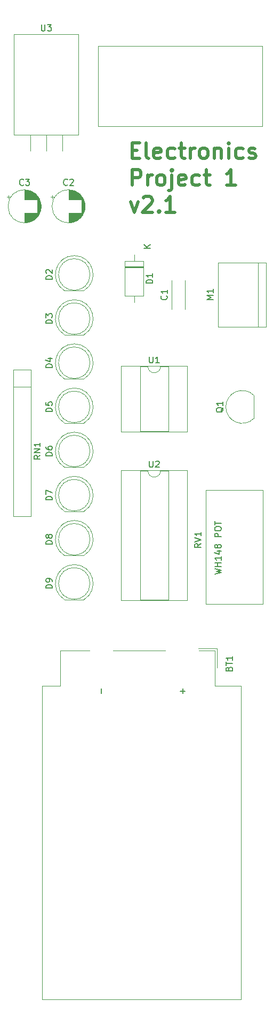
<source format=gbr>
%TF.GenerationSoftware,KiCad,Pcbnew,(5.1.10)-1*%
%TF.CreationDate,2022-06-09T20:54:53-04:00*%
%TF.ProjectId,ATtiny85 Motor Circuit,41547469-6e79-4383-9520-4d6f746f7220,rev?*%
%TF.SameCoordinates,Original*%
%TF.FileFunction,Legend,Top*%
%TF.FilePolarity,Positive*%
%FSLAX46Y46*%
G04 Gerber Fmt 4.6, Leading zero omitted, Abs format (unit mm)*
G04 Created by KiCad (PCBNEW (5.1.10)-1) date 2022-06-09 20:54:53*
%MOMM*%
%LPD*%
G01*
G04 APERTURE LIST*
%ADD10C,0.500000*%
%ADD11C,0.120000*%
%ADD12C,0.150000*%
G04 APERTURE END LIST*
D10*
X130460238Y-44466428D02*
X131293571Y-44466428D01*
X131650714Y-45775952D02*
X130460238Y-45775952D01*
X130460238Y-43275952D01*
X131650714Y-43275952D01*
X133079285Y-45775952D02*
X132841190Y-45656904D01*
X132722142Y-45418809D01*
X132722142Y-43275952D01*
X134984047Y-45656904D02*
X134745952Y-45775952D01*
X134269761Y-45775952D01*
X134031666Y-45656904D01*
X133912619Y-45418809D01*
X133912619Y-44466428D01*
X134031666Y-44228333D01*
X134269761Y-44109285D01*
X134745952Y-44109285D01*
X134984047Y-44228333D01*
X135103095Y-44466428D01*
X135103095Y-44704523D01*
X133912619Y-44942619D01*
X137245952Y-45656904D02*
X137007857Y-45775952D01*
X136531666Y-45775952D01*
X136293571Y-45656904D01*
X136174523Y-45537857D01*
X136055476Y-45299761D01*
X136055476Y-44585476D01*
X136174523Y-44347380D01*
X136293571Y-44228333D01*
X136531666Y-44109285D01*
X137007857Y-44109285D01*
X137245952Y-44228333D01*
X137960238Y-44109285D02*
X138912619Y-44109285D01*
X138317380Y-43275952D02*
X138317380Y-45418809D01*
X138436428Y-45656904D01*
X138674523Y-45775952D01*
X138912619Y-45775952D01*
X139745952Y-45775952D02*
X139745952Y-44109285D01*
X139745952Y-44585476D02*
X139865000Y-44347380D01*
X139984047Y-44228333D01*
X140222142Y-44109285D01*
X140460238Y-44109285D01*
X141650714Y-45775952D02*
X141412619Y-45656904D01*
X141293571Y-45537857D01*
X141174523Y-45299761D01*
X141174523Y-44585476D01*
X141293571Y-44347380D01*
X141412619Y-44228333D01*
X141650714Y-44109285D01*
X142007857Y-44109285D01*
X142245952Y-44228333D01*
X142365000Y-44347380D01*
X142484047Y-44585476D01*
X142484047Y-45299761D01*
X142365000Y-45537857D01*
X142245952Y-45656904D01*
X142007857Y-45775952D01*
X141650714Y-45775952D01*
X143555476Y-44109285D02*
X143555476Y-45775952D01*
X143555476Y-44347380D02*
X143674523Y-44228333D01*
X143912619Y-44109285D01*
X144269761Y-44109285D01*
X144507857Y-44228333D01*
X144626904Y-44466428D01*
X144626904Y-45775952D01*
X145817380Y-45775952D02*
X145817380Y-44109285D01*
X145817380Y-43275952D02*
X145698333Y-43395000D01*
X145817380Y-43514047D01*
X145936428Y-43395000D01*
X145817380Y-43275952D01*
X145817380Y-43514047D01*
X148079285Y-45656904D02*
X147841190Y-45775952D01*
X147365000Y-45775952D01*
X147126904Y-45656904D01*
X147007857Y-45537857D01*
X146888809Y-45299761D01*
X146888809Y-44585476D01*
X147007857Y-44347380D01*
X147126904Y-44228333D01*
X147365000Y-44109285D01*
X147841190Y-44109285D01*
X148079285Y-44228333D01*
X149031666Y-45656904D02*
X149269761Y-45775952D01*
X149745952Y-45775952D01*
X149984047Y-45656904D01*
X150103095Y-45418809D01*
X150103095Y-45299761D01*
X149984047Y-45061666D01*
X149745952Y-44942619D01*
X149388809Y-44942619D01*
X149150714Y-44823571D01*
X149031666Y-44585476D01*
X149031666Y-44466428D01*
X149150714Y-44228333D01*
X149388809Y-44109285D01*
X149745952Y-44109285D01*
X149984047Y-44228333D01*
X130460238Y-50025952D02*
X130460238Y-47525952D01*
X131412619Y-47525952D01*
X131650714Y-47645000D01*
X131769761Y-47764047D01*
X131888809Y-48002142D01*
X131888809Y-48359285D01*
X131769761Y-48597380D01*
X131650714Y-48716428D01*
X131412619Y-48835476D01*
X130460238Y-48835476D01*
X132960238Y-50025952D02*
X132960238Y-48359285D01*
X132960238Y-48835476D02*
X133079285Y-48597380D01*
X133198333Y-48478333D01*
X133436428Y-48359285D01*
X133674523Y-48359285D01*
X134865000Y-50025952D02*
X134626904Y-49906904D01*
X134507857Y-49787857D01*
X134388809Y-49549761D01*
X134388809Y-48835476D01*
X134507857Y-48597380D01*
X134626904Y-48478333D01*
X134865000Y-48359285D01*
X135222142Y-48359285D01*
X135460238Y-48478333D01*
X135579285Y-48597380D01*
X135698333Y-48835476D01*
X135698333Y-49549761D01*
X135579285Y-49787857D01*
X135460238Y-49906904D01*
X135222142Y-50025952D01*
X134865000Y-50025952D01*
X136769761Y-48359285D02*
X136769761Y-50502142D01*
X136650714Y-50740238D01*
X136412619Y-50859285D01*
X136293571Y-50859285D01*
X136769761Y-47525952D02*
X136650714Y-47645000D01*
X136769761Y-47764047D01*
X136888809Y-47645000D01*
X136769761Y-47525952D01*
X136769761Y-47764047D01*
X138912619Y-49906904D02*
X138674523Y-50025952D01*
X138198333Y-50025952D01*
X137960238Y-49906904D01*
X137841190Y-49668809D01*
X137841190Y-48716428D01*
X137960238Y-48478333D01*
X138198333Y-48359285D01*
X138674523Y-48359285D01*
X138912619Y-48478333D01*
X139031666Y-48716428D01*
X139031666Y-48954523D01*
X137841190Y-49192619D01*
X141174523Y-49906904D02*
X140936428Y-50025952D01*
X140460238Y-50025952D01*
X140222142Y-49906904D01*
X140103095Y-49787857D01*
X139984047Y-49549761D01*
X139984047Y-48835476D01*
X140103095Y-48597380D01*
X140222142Y-48478333D01*
X140460238Y-48359285D01*
X140936428Y-48359285D01*
X141174523Y-48478333D01*
X141888809Y-48359285D02*
X142841190Y-48359285D01*
X142245952Y-47525952D02*
X142245952Y-49668809D01*
X142365000Y-49906904D01*
X142603095Y-50025952D01*
X142841190Y-50025952D01*
X146888809Y-50025952D02*
X145460238Y-50025952D01*
X146174523Y-50025952D02*
X146174523Y-47525952D01*
X145936428Y-47883095D01*
X145698333Y-48121190D01*
X145460238Y-48240238D01*
X130222142Y-52609285D02*
X130817380Y-54275952D01*
X131412619Y-52609285D01*
X132245952Y-52014047D02*
X132365000Y-51895000D01*
X132603095Y-51775952D01*
X133198333Y-51775952D01*
X133436428Y-51895000D01*
X133555476Y-52014047D01*
X133674523Y-52252142D01*
X133674523Y-52490238D01*
X133555476Y-52847380D01*
X132126904Y-54275952D01*
X133674523Y-54275952D01*
X134745952Y-54037857D02*
X134865000Y-54156904D01*
X134745952Y-54275952D01*
X134626904Y-54156904D01*
X134745952Y-54037857D01*
X134745952Y-54275952D01*
X137245952Y-54275952D02*
X135817380Y-54275952D01*
X136531666Y-54275952D02*
X136531666Y-51775952D01*
X136293571Y-52133095D01*
X136055476Y-52371190D01*
X135817380Y-52490238D01*
D11*
X125095000Y-40640000D02*
X125095000Y-27940000D01*
X151130000Y-40640000D02*
X125095000Y-40640000D01*
X151130000Y-27940000D02*
X151130000Y-40640000D01*
X125095000Y-27940000D02*
X151130000Y-27940000D01*
%TO.C,BT1*%
X116150000Y-178830000D02*
X147740000Y-178830000D01*
X116150000Y-178830000D02*
X116150000Y-129270000D01*
X116150000Y-129270000D02*
X119050000Y-129270000D01*
X119050000Y-129270000D02*
X119050000Y-123670000D01*
X147740000Y-178830000D02*
X147740000Y-129270000D01*
X147740000Y-129270000D02*
X143640000Y-129270000D01*
X143640000Y-129270000D02*
X143640000Y-123670000D01*
X143640000Y-123670000D02*
X141080000Y-123670000D01*
X135780000Y-123670000D02*
X127430000Y-123670000D01*
X119050000Y-123670000D02*
X123730000Y-123670000D01*
X143980000Y-123330000D02*
X140980000Y-123330000D01*
X143980000Y-123330000D02*
X143980000Y-126330000D01*
%TO.C,U3*%
X111720000Y-42030000D02*
X121960000Y-42030000D01*
X111720000Y-26140000D02*
X121960000Y-26140000D01*
X111720000Y-26140000D02*
X111720000Y-42030000D01*
X121960000Y-26140000D02*
X121960000Y-42030000D01*
X114300000Y-42030000D02*
X114300000Y-44570000D01*
X116840000Y-42030000D02*
X116840000Y-44570000D01*
X119380000Y-42030000D02*
X119380000Y-44570000D01*
%TO.C,D1*%
X132280000Y-62050000D02*
X129340000Y-62050000D01*
X129340000Y-62050000D02*
X129340000Y-67490000D01*
X129340000Y-67490000D02*
X132280000Y-67490000D01*
X132280000Y-67490000D02*
X132280000Y-62050000D01*
X130810000Y-61030000D02*
X130810000Y-62050000D01*
X130810000Y-68510000D02*
X130810000Y-67490000D01*
X132280000Y-62950000D02*
X129340000Y-62950000D01*
X132280000Y-63070000D02*
X129340000Y-63070000D01*
X132280000Y-62830000D02*
X129340000Y-62830000D01*
%TO.C,M1*%
X151765000Y-72390000D02*
X151765000Y-62230000D01*
X144145000Y-72390000D02*
X151765000Y-72390000D01*
X144145000Y-62230000D02*
X144145000Y-72390000D01*
X151765000Y-62230000D02*
X144145000Y-62230000D01*
X150495000Y-62230000D02*
X150495000Y-72390000D01*
%TO.C,C3*%
X110840225Y-51615000D02*
X110840225Y-52115000D01*
X110590225Y-51865000D02*
X111090225Y-51865000D01*
X115996000Y-53056000D02*
X115996000Y-53624000D01*
X115956000Y-52822000D02*
X115956000Y-53858000D01*
X115916000Y-52663000D02*
X115916000Y-54017000D01*
X115876000Y-52535000D02*
X115876000Y-54145000D01*
X115836000Y-52425000D02*
X115836000Y-54255000D01*
X115796000Y-52329000D02*
X115796000Y-54351000D01*
X115756000Y-52242000D02*
X115756000Y-54438000D01*
X115716000Y-52162000D02*
X115716000Y-54518000D01*
X115676000Y-52089000D02*
X115676000Y-54591000D01*
X115636000Y-52021000D02*
X115636000Y-54659000D01*
X115596000Y-51957000D02*
X115596000Y-54723000D01*
X115556000Y-51897000D02*
X115556000Y-54783000D01*
X115516000Y-51840000D02*
X115516000Y-54840000D01*
X115476000Y-51786000D02*
X115476000Y-54894000D01*
X115436000Y-51735000D02*
X115436000Y-54945000D01*
X115396000Y-54380000D02*
X115396000Y-54993000D01*
X115396000Y-51687000D02*
X115396000Y-52300000D01*
X115356000Y-54380000D02*
X115356000Y-55039000D01*
X115356000Y-51641000D02*
X115356000Y-52300000D01*
X115316000Y-54380000D02*
X115316000Y-55083000D01*
X115316000Y-51597000D02*
X115316000Y-52300000D01*
X115276000Y-54380000D02*
X115276000Y-55125000D01*
X115276000Y-51555000D02*
X115276000Y-52300000D01*
X115236000Y-54380000D02*
X115236000Y-55166000D01*
X115236000Y-51514000D02*
X115236000Y-52300000D01*
X115196000Y-54380000D02*
X115196000Y-55204000D01*
X115196000Y-51476000D02*
X115196000Y-52300000D01*
X115156000Y-54380000D02*
X115156000Y-55241000D01*
X115156000Y-51439000D02*
X115156000Y-52300000D01*
X115116000Y-54380000D02*
X115116000Y-55277000D01*
X115116000Y-51403000D02*
X115116000Y-52300000D01*
X115076000Y-54380000D02*
X115076000Y-55311000D01*
X115076000Y-51369000D02*
X115076000Y-52300000D01*
X115036000Y-54380000D02*
X115036000Y-55344000D01*
X115036000Y-51336000D02*
X115036000Y-52300000D01*
X114996000Y-54380000D02*
X114996000Y-55375000D01*
X114996000Y-51305000D02*
X114996000Y-52300000D01*
X114956000Y-54380000D02*
X114956000Y-55405000D01*
X114956000Y-51275000D02*
X114956000Y-52300000D01*
X114916000Y-54380000D02*
X114916000Y-55435000D01*
X114916000Y-51245000D02*
X114916000Y-52300000D01*
X114876000Y-54380000D02*
X114876000Y-55462000D01*
X114876000Y-51218000D02*
X114876000Y-52300000D01*
X114836000Y-54380000D02*
X114836000Y-55489000D01*
X114836000Y-51191000D02*
X114836000Y-52300000D01*
X114796000Y-54380000D02*
X114796000Y-55515000D01*
X114796000Y-51165000D02*
X114796000Y-52300000D01*
X114756000Y-54380000D02*
X114756000Y-55540000D01*
X114756000Y-51140000D02*
X114756000Y-52300000D01*
X114716000Y-54380000D02*
X114716000Y-55564000D01*
X114716000Y-51116000D02*
X114716000Y-52300000D01*
X114676000Y-54380000D02*
X114676000Y-55587000D01*
X114676000Y-51093000D02*
X114676000Y-52300000D01*
X114636000Y-54380000D02*
X114636000Y-55608000D01*
X114636000Y-51072000D02*
X114636000Y-52300000D01*
X114596000Y-54380000D02*
X114596000Y-55630000D01*
X114596000Y-51050000D02*
X114596000Y-52300000D01*
X114556000Y-54380000D02*
X114556000Y-55650000D01*
X114556000Y-51030000D02*
X114556000Y-52300000D01*
X114516000Y-54380000D02*
X114516000Y-55669000D01*
X114516000Y-51011000D02*
X114516000Y-52300000D01*
X114476000Y-54380000D02*
X114476000Y-55688000D01*
X114476000Y-50992000D02*
X114476000Y-52300000D01*
X114436000Y-54380000D02*
X114436000Y-55705000D01*
X114436000Y-50975000D02*
X114436000Y-52300000D01*
X114396000Y-54380000D02*
X114396000Y-55722000D01*
X114396000Y-50958000D02*
X114396000Y-52300000D01*
X114356000Y-54380000D02*
X114356000Y-55738000D01*
X114356000Y-50942000D02*
X114356000Y-52300000D01*
X114316000Y-54380000D02*
X114316000Y-55754000D01*
X114316000Y-50926000D02*
X114316000Y-52300000D01*
X114276000Y-54380000D02*
X114276000Y-55768000D01*
X114276000Y-50912000D02*
X114276000Y-52300000D01*
X114236000Y-54380000D02*
X114236000Y-55782000D01*
X114236000Y-50898000D02*
X114236000Y-52300000D01*
X114196000Y-54380000D02*
X114196000Y-55795000D01*
X114196000Y-50885000D02*
X114196000Y-52300000D01*
X114156000Y-54380000D02*
X114156000Y-55808000D01*
X114156000Y-50872000D02*
X114156000Y-52300000D01*
X114116000Y-54380000D02*
X114116000Y-55820000D01*
X114116000Y-50860000D02*
X114116000Y-52300000D01*
X114075000Y-54380000D02*
X114075000Y-55831000D01*
X114075000Y-50849000D02*
X114075000Y-52300000D01*
X114035000Y-54380000D02*
X114035000Y-55841000D01*
X114035000Y-50839000D02*
X114035000Y-52300000D01*
X113995000Y-54380000D02*
X113995000Y-55851000D01*
X113995000Y-50829000D02*
X113995000Y-52300000D01*
X113955000Y-54380000D02*
X113955000Y-55860000D01*
X113955000Y-50820000D02*
X113955000Y-52300000D01*
X113915000Y-54380000D02*
X113915000Y-55868000D01*
X113915000Y-50812000D02*
X113915000Y-52300000D01*
X113875000Y-54380000D02*
X113875000Y-55876000D01*
X113875000Y-50804000D02*
X113875000Y-52300000D01*
X113835000Y-54380000D02*
X113835000Y-55883000D01*
X113835000Y-50797000D02*
X113835000Y-52300000D01*
X113795000Y-54380000D02*
X113795000Y-55890000D01*
X113795000Y-50790000D02*
X113795000Y-52300000D01*
X113755000Y-54380000D02*
X113755000Y-55896000D01*
X113755000Y-50784000D02*
X113755000Y-52300000D01*
X113715000Y-54380000D02*
X113715000Y-55901000D01*
X113715000Y-50779000D02*
X113715000Y-52300000D01*
X113675000Y-54380000D02*
X113675000Y-55905000D01*
X113675000Y-50775000D02*
X113675000Y-52300000D01*
X113635000Y-54380000D02*
X113635000Y-55909000D01*
X113635000Y-50771000D02*
X113635000Y-52300000D01*
X113595000Y-54380000D02*
X113595000Y-55913000D01*
X113595000Y-50767000D02*
X113595000Y-52300000D01*
X113555000Y-54380000D02*
X113555000Y-55916000D01*
X113555000Y-50764000D02*
X113555000Y-52300000D01*
X113515000Y-54380000D02*
X113515000Y-55918000D01*
X113515000Y-50762000D02*
X113515000Y-52300000D01*
X113475000Y-54380000D02*
X113475000Y-55919000D01*
X113475000Y-50761000D02*
X113475000Y-52300000D01*
X113435000Y-50760000D02*
X113435000Y-52300000D01*
X113435000Y-54380000D02*
X113435000Y-55920000D01*
X113395000Y-50760000D02*
X113395000Y-52300000D01*
X113395000Y-54380000D02*
X113395000Y-55920000D01*
X116015000Y-53340000D02*
G75*
G03*
X116015000Y-53340000I-2620000J0D01*
G01*
%TO.C,C2*%
X117825225Y-51615000D02*
X117825225Y-52115000D01*
X117575225Y-51865000D02*
X118075225Y-51865000D01*
X122981000Y-53056000D02*
X122981000Y-53624000D01*
X122941000Y-52822000D02*
X122941000Y-53858000D01*
X122901000Y-52663000D02*
X122901000Y-54017000D01*
X122861000Y-52535000D02*
X122861000Y-54145000D01*
X122821000Y-52425000D02*
X122821000Y-54255000D01*
X122781000Y-52329000D02*
X122781000Y-54351000D01*
X122741000Y-52242000D02*
X122741000Y-54438000D01*
X122701000Y-52162000D02*
X122701000Y-54518000D01*
X122661000Y-52089000D02*
X122661000Y-54591000D01*
X122621000Y-52021000D02*
X122621000Y-54659000D01*
X122581000Y-51957000D02*
X122581000Y-54723000D01*
X122541000Y-51897000D02*
X122541000Y-54783000D01*
X122501000Y-51840000D02*
X122501000Y-54840000D01*
X122461000Y-51786000D02*
X122461000Y-54894000D01*
X122421000Y-51735000D02*
X122421000Y-54945000D01*
X122381000Y-54380000D02*
X122381000Y-54993000D01*
X122381000Y-51687000D02*
X122381000Y-52300000D01*
X122341000Y-54380000D02*
X122341000Y-55039000D01*
X122341000Y-51641000D02*
X122341000Y-52300000D01*
X122301000Y-54380000D02*
X122301000Y-55083000D01*
X122301000Y-51597000D02*
X122301000Y-52300000D01*
X122261000Y-54380000D02*
X122261000Y-55125000D01*
X122261000Y-51555000D02*
X122261000Y-52300000D01*
X122221000Y-54380000D02*
X122221000Y-55166000D01*
X122221000Y-51514000D02*
X122221000Y-52300000D01*
X122181000Y-54380000D02*
X122181000Y-55204000D01*
X122181000Y-51476000D02*
X122181000Y-52300000D01*
X122141000Y-54380000D02*
X122141000Y-55241000D01*
X122141000Y-51439000D02*
X122141000Y-52300000D01*
X122101000Y-54380000D02*
X122101000Y-55277000D01*
X122101000Y-51403000D02*
X122101000Y-52300000D01*
X122061000Y-54380000D02*
X122061000Y-55311000D01*
X122061000Y-51369000D02*
X122061000Y-52300000D01*
X122021000Y-54380000D02*
X122021000Y-55344000D01*
X122021000Y-51336000D02*
X122021000Y-52300000D01*
X121981000Y-54380000D02*
X121981000Y-55375000D01*
X121981000Y-51305000D02*
X121981000Y-52300000D01*
X121941000Y-54380000D02*
X121941000Y-55405000D01*
X121941000Y-51275000D02*
X121941000Y-52300000D01*
X121901000Y-54380000D02*
X121901000Y-55435000D01*
X121901000Y-51245000D02*
X121901000Y-52300000D01*
X121861000Y-54380000D02*
X121861000Y-55462000D01*
X121861000Y-51218000D02*
X121861000Y-52300000D01*
X121821000Y-54380000D02*
X121821000Y-55489000D01*
X121821000Y-51191000D02*
X121821000Y-52300000D01*
X121781000Y-54380000D02*
X121781000Y-55515000D01*
X121781000Y-51165000D02*
X121781000Y-52300000D01*
X121741000Y-54380000D02*
X121741000Y-55540000D01*
X121741000Y-51140000D02*
X121741000Y-52300000D01*
X121701000Y-54380000D02*
X121701000Y-55564000D01*
X121701000Y-51116000D02*
X121701000Y-52300000D01*
X121661000Y-54380000D02*
X121661000Y-55587000D01*
X121661000Y-51093000D02*
X121661000Y-52300000D01*
X121621000Y-54380000D02*
X121621000Y-55608000D01*
X121621000Y-51072000D02*
X121621000Y-52300000D01*
X121581000Y-54380000D02*
X121581000Y-55630000D01*
X121581000Y-51050000D02*
X121581000Y-52300000D01*
X121541000Y-54380000D02*
X121541000Y-55650000D01*
X121541000Y-51030000D02*
X121541000Y-52300000D01*
X121501000Y-54380000D02*
X121501000Y-55669000D01*
X121501000Y-51011000D02*
X121501000Y-52300000D01*
X121461000Y-54380000D02*
X121461000Y-55688000D01*
X121461000Y-50992000D02*
X121461000Y-52300000D01*
X121421000Y-54380000D02*
X121421000Y-55705000D01*
X121421000Y-50975000D02*
X121421000Y-52300000D01*
X121381000Y-54380000D02*
X121381000Y-55722000D01*
X121381000Y-50958000D02*
X121381000Y-52300000D01*
X121341000Y-54380000D02*
X121341000Y-55738000D01*
X121341000Y-50942000D02*
X121341000Y-52300000D01*
X121301000Y-54380000D02*
X121301000Y-55754000D01*
X121301000Y-50926000D02*
X121301000Y-52300000D01*
X121261000Y-54380000D02*
X121261000Y-55768000D01*
X121261000Y-50912000D02*
X121261000Y-52300000D01*
X121221000Y-54380000D02*
X121221000Y-55782000D01*
X121221000Y-50898000D02*
X121221000Y-52300000D01*
X121181000Y-54380000D02*
X121181000Y-55795000D01*
X121181000Y-50885000D02*
X121181000Y-52300000D01*
X121141000Y-54380000D02*
X121141000Y-55808000D01*
X121141000Y-50872000D02*
X121141000Y-52300000D01*
X121101000Y-54380000D02*
X121101000Y-55820000D01*
X121101000Y-50860000D02*
X121101000Y-52300000D01*
X121060000Y-54380000D02*
X121060000Y-55831000D01*
X121060000Y-50849000D02*
X121060000Y-52300000D01*
X121020000Y-54380000D02*
X121020000Y-55841000D01*
X121020000Y-50839000D02*
X121020000Y-52300000D01*
X120980000Y-54380000D02*
X120980000Y-55851000D01*
X120980000Y-50829000D02*
X120980000Y-52300000D01*
X120940000Y-54380000D02*
X120940000Y-55860000D01*
X120940000Y-50820000D02*
X120940000Y-52300000D01*
X120900000Y-54380000D02*
X120900000Y-55868000D01*
X120900000Y-50812000D02*
X120900000Y-52300000D01*
X120860000Y-54380000D02*
X120860000Y-55876000D01*
X120860000Y-50804000D02*
X120860000Y-52300000D01*
X120820000Y-54380000D02*
X120820000Y-55883000D01*
X120820000Y-50797000D02*
X120820000Y-52300000D01*
X120780000Y-54380000D02*
X120780000Y-55890000D01*
X120780000Y-50790000D02*
X120780000Y-52300000D01*
X120740000Y-54380000D02*
X120740000Y-55896000D01*
X120740000Y-50784000D02*
X120740000Y-52300000D01*
X120700000Y-54380000D02*
X120700000Y-55901000D01*
X120700000Y-50779000D02*
X120700000Y-52300000D01*
X120660000Y-54380000D02*
X120660000Y-55905000D01*
X120660000Y-50775000D02*
X120660000Y-52300000D01*
X120620000Y-54380000D02*
X120620000Y-55909000D01*
X120620000Y-50771000D02*
X120620000Y-52300000D01*
X120580000Y-54380000D02*
X120580000Y-55913000D01*
X120580000Y-50767000D02*
X120580000Y-52300000D01*
X120540000Y-54380000D02*
X120540000Y-55916000D01*
X120540000Y-50764000D02*
X120540000Y-52300000D01*
X120500000Y-54380000D02*
X120500000Y-55918000D01*
X120500000Y-50762000D02*
X120500000Y-52300000D01*
X120460000Y-54380000D02*
X120460000Y-55919000D01*
X120460000Y-50761000D02*
X120460000Y-52300000D01*
X120420000Y-50760000D02*
X120420000Y-52300000D01*
X120420000Y-54380000D02*
X120420000Y-55920000D01*
X120380000Y-50760000D02*
X120380000Y-52300000D01*
X120380000Y-54380000D02*
X120380000Y-55920000D01*
X123000000Y-53340000D02*
G75*
G03*
X123000000Y-53340000I-2620000J0D01*
G01*
%TO.C,RV1*%
X151255000Y-116285000D02*
X151255000Y-98285000D01*
X151255000Y-98285000D02*
X142215000Y-98285000D01*
X151255000Y-116285000D02*
X142215000Y-116285000D01*
X142215000Y-116285000D02*
X142215000Y-98285000D01*
%TO.C,U1*%
X132985000Y-78680000D02*
X131735000Y-78680000D01*
X131735000Y-78680000D02*
X131735000Y-88960000D01*
X131735000Y-88960000D02*
X136235000Y-88960000D01*
X136235000Y-88960000D02*
X136235000Y-78680000D01*
X136235000Y-78680000D02*
X134985000Y-78680000D01*
X128735000Y-78620000D02*
X128735000Y-89020000D01*
X128735000Y-89020000D02*
X139235000Y-89020000D01*
X139235000Y-89020000D02*
X139235000Y-78620000D01*
X139235000Y-78620000D02*
X128735000Y-78620000D01*
X134985000Y-78680000D02*
G75*
G02*
X132985000Y-78680000I-1000000J0D01*
G01*
%TO.C,U2*%
X132985000Y-95190000D02*
X131735000Y-95190000D01*
X131735000Y-95190000D02*
X131735000Y-115630000D01*
X131735000Y-115630000D02*
X136235000Y-115630000D01*
X136235000Y-115630000D02*
X136235000Y-95190000D01*
X136235000Y-95190000D02*
X134985000Y-95190000D01*
X128735000Y-95130000D02*
X128735000Y-115690000D01*
X128735000Y-115690000D02*
X139235000Y-115690000D01*
X139235000Y-115690000D02*
X139235000Y-95130000D01*
X139235000Y-95130000D02*
X128735000Y-95130000D01*
X134985000Y-95190000D02*
G75*
G02*
X132985000Y-95190000I-1000000J0D01*
G01*
%TO.C,RN1*%
X114430000Y-79205000D02*
X111630000Y-79205000D01*
X111630000Y-79205000D02*
X111630000Y-102405000D01*
X111630000Y-102405000D02*
X114430000Y-102405000D01*
X114430000Y-102405000D02*
X114430000Y-79205000D01*
X114430000Y-81915000D02*
X111630000Y-81915000D01*
%TO.C,D9*%
X123785000Y-113030000D02*
G75*
G03*
X123785000Y-113030000I-2500000J0D01*
G01*
X119740000Y-115590000D02*
X122830000Y-115590000D01*
X121284538Y-110040000D02*
G75*
G02*
X122829830Y-115590000I462J-2990000D01*
G01*
X121285462Y-110040000D02*
G75*
G03*
X119740170Y-115590000I-462J-2990000D01*
G01*
%TO.C,D8*%
X123785000Y-106045000D02*
G75*
G03*
X123785000Y-106045000I-2500000J0D01*
G01*
X119740000Y-108605000D02*
X122830000Y-108605000D01*
X121284538Y-103055000D02*
G75*
G02*
X122829830Y-108605000I462J-2990000D01*
G01*
X121285462Y-103055000D02*
G75*
G03*
X119740170Y-108605000I-462J-2990000D01*
G01*
%TO.C,D7*%
X123785000Y-99060000D02*
G75*
G03*
X123785000Y-99060000I-2500000J0D01*
G01*
X119740000Y-101620000D02*
X122830000Y-101620000D01*
X121284538Y-96070000D02*
G75*
G02*
X122829830Y-101620000I462J-2990000D01*
G01*
X121285462Y-96070000D02*
G75*
G03*
X119740170Y-101620000I-462J-2990000D01*
G01*
%TO.C,D6*%
X123785000Y-92075000D02*
G75*
G03*
X123785000Y-92075000I-2500000J0D01*
G01*
X119740000Y-94635000D02*
X122830000Y-94635000D01*
X121284538Y-89085000D02*
G75*
G02*
X122829830Y-94635000I462J-2990000D01*
G01*
X121285462Y-89085000D02*
G75*
G03*
X119740170Y-94635000I-462J-2990000D01*
G01*
%TO.C,D5*%
X123785000Y-85090000D02*
G75*
G03*
X123785000Y-85090000I-2500000J0D01*
G01*
X119740000Y-87650000D02*
X122830000Y-87650000D01*
X121284538Y-82100000D02*
G75*
G02*
X122829830Y-87650000I462J-2990000D01*
G01*
X121285462Y-82100000D02*
G75*
G03*
X119740170Y-87650000I-462J-2990000D01*
G01*
%TO.C,D4*%
X123785000Y-78105000D02*
G75*
G03*
X123785000Y-78105000I-2500000J0D01*
G01*
X119740000Y-80665000D02*
X122830000Y-80665000D01*
X121284538Y-75115000D02*
G75*
G02*
X122829830Y-80665000I462J-2990000D01*
G01*
X121285462Y-75115000D02*
G75*
G03*
X119740170Y-80665000I-462J-2990000D01*
G01*
%TO.C,D3*%
X123785000Y-71120000D02*
G75*
G03*
X123785000Y-71120000I-2500000J0D01*
G01*
X119740000Y-73680000D02*
X122830000Y-73680000D01*
X121284538Y-68130000D02*
G75*
G02*
X122829830Y-73680000I462J-2990000D01*
G01*
X121285462Y-68130000D02*
G75*
G03*
X119740170Y-73680000I-462J-2990000D01*
G01*
%TO.C,D2*%
X123785000Y-64135000D02*
G75*
G03*
X123785000Y-64135000I-2500000J0D01*
G01*
X119740000Y-66695000D02*
X122830000Y-66695000D01*
X121284538Y-61145000D02*
G75*
G02*
X122829830Y-66695000I462J-2990000D01*
G01*
X121285462Y-61145000D02*
G75*
G03*
X119740170Y-66695000I-462J-2990000D01*
G01*
%TO.C,C1*%
X136725000Y-69620000D02*
X136725000Y-65080000D01*
X138865000Y-69620000D02*
X138865000Y-65080000D01*
X136725000Y-69620000D02*
X136740000Y-69620000D01*
X138850000Y-69620000D02*
X138865000Y-69620000D01*
X136725000Y-65080000D02*
X136740000Y-65080000D01*
X138850000Y-65080000D02*
X138865000Y-65080000D01*
%TO.C,Q1*%
X149805000Y-86890000D02*
X149805000Y-83290000D01*
X149793478Y-86928478D02*
G75*
G02*
X145355000Y-85090000I-1838478J1838478D01*
G01*
X149793478Y-83251522D02*
G75*
G03*
X145355000Y-85090000I-1838478J-1838478D01*
G01*
%TO.C,BT1*%
D12*
X145858571Y-126515714D02*
X145906190Y-126372857D01*
X145953809Y-126325238D01*
X146049047Y-126277619D01*
X146191904Y-126277619D01*
X146287142Y-126325238D01*
X146334761Y-126372857D01*
X146382380Y-126468095D01*
X146382380Y-126849047D01*
X145382380Y-126849047D01*
X145382380Y-126515714D01*
X145430000Y-126420476D01*
X145477619Y-126372857D01*
X145572857Y-126325238D01*
X145668095Y-126325238D01*
X145763333Y-126372857D01*
X145810952Y-126420476D01*
X145858571Y-126515714D01*
X145858571Y-126849047D01*
X145382380Y-125991904D02*
X145382380Y-125420476D01*
X146382380Y-125706190D02*
X145382380Y-125706190D01*
X146382380Y-124563333D02*
X146382380Y-125134761D01*
X146382380Y-124849047D02*
X145382380Y-124849047D01*
X145525238Y-124944285D01*
X145620476Y-125039523D01*
X145668095Y-125134761D01*
X138501428Y-130427500D02*
X138501428Y-129665595D01*
X138882380Y-130046547D02*
X138120476Y-130046547D01*
X125621428Y-130427500D02*
X125621428Y-129665595D01*
%TO.C,U3*%
X116078095Y-24592380D02*
X116078095Y-25401904D01*
X116125714Y-25497142D01*
X116173333Y-25544761D01*
X116268571Y-25592380D01*
X116459047Y-25592380D01*
X116554285Y-25544761D01*
X116601904Y-25497142D01*
X116649523Y-25401904D01*
X116649523Y-24592380D01*
X117030476Y-24592380D02*
X117649523Y-24592380D01*
X117316190Y-24973333D01*
X117459047Y-24973333D01*
X117554285Y-25020952D01*
X117601904Y-25068571D01*
X117649523Y-25163809D01*
X117649523Y-25401904D01*
X117601904Y-25497142D01*
X117554285Y-25544761D01*
X117459047Y-25592380D01*
X117173333Y-25592380D01*
X117078095Y-25544761D01*
X117030476Y-25497142D01*
%TO.C,D1*%
X133732380Y-65508095D02*
X132732380Y-65508095D01*
X132732380Y-65270000D01*
X132780000Y-65127142D01*
X132875238Y-65031904D01*
X132970476Y-64984285D01*
X133160952Y-64936666D01*
X133303809Y-64936666D01*
X133494285Y-64984285D01*
X133589523Y-65031904D01*
X133684761Y-65127142D01*
X133732380Y-65270000D01*
X133732380Y-65508095D01*
X133732380Y-63984285D02*
X133732380Y-64555714D01*
X133732380Y-64270000D02*
X132732380Y-64270000D01*
X132875238Y-64365238D01*
X132970476Y-64460476D01*
X133018095Y-64555714D01*
X133362380Y-59951904D02*
X132362380Y-59951904D01*
X133362380Y-59380476D02*
X132790952Y-59809047D01*
X132362380Y-59380476D02*
X132933809Y-59951904D01*
%TO.C,M1*%
X143327380Y-68119523D02*
X142327380Y-68119523D01*
X143041666Y-67786190D01*
X142327380Y-67452857D01*
X143327380Y-67452857D01*
X143327380Y-66452857D02*
X143327380Y-67024285D01*
X143327380Y-66738571D02*
X142327380Y-66738571D01*
X142470238Y-66833809D01*
X142565476Y-66929047D01*
X142613095Y-67024285D01*
%TO.C,C3*%
X113228333Y-49947142D02*
X113180714Y-49994761D01*
X113037857Y-50042380D01*
X112942619Y-50042380D01*
X112799761Y-49994761D01*
X112704523Y-49899523D01*
X112656904Y-49804285D01*
X112609285Y-49613809D01*
X112609285Y-49470952D01*
X112656904Y-49280476D01*
X112704523Y-49185238D01*
X112799761Y-49090000D01*
X112942619Y-49042380D01*
X113037857Y-49042380D01*
X113180714Y-49090000D01*
X113228333Y-49137619D01*
X113561666Y-49042380D02*
X114180714Y-49042380D01*
X113847380Y-49423333D01*
X113990238Y-49423333D01*
X114085476Y-49470952D01*
X114133095Y-49518571D01*
X114180714Y-49613809D01*
X114180714Y-49851904D01*
X114133095Y-49947142D01*
X114085476Y-49994761D01*
X113990238Y-50042380D01*
X113704523Y-50042380D01*
X113609285Y-49994761D01*
X113561666Y-49947142D01*
%TO.C,C2*%
X120213333Y-49947142D02*
X120165714Y-49994761D01*
X120022857Y-50042380D01*
X119927619Y-50042380D01*
X119784761Y-49994761D01*
X119689523Y-49899523D01*
X119641904Y-49804285D01*
X119594285Y-49613809D01*
X119594285Y-49470952D01*
X119641904Y-49280476D01*
X119689523Y-49185238D01*
X119784761Y-49090000D01*
X119927619Y-49042380D01*
X120022857Y-49042380D01*
X120165714Y-49090000D01*
X120213333Y-49137619D01*
X120594285Y-49137619D02*
X120641904Y-49090000D01*
X120737142Y-49042380D01*
X120975238Y-49042380D01*
X121070476Y-49090000D01*
X121118095Y-49137619D01*
X121165714Y-49232857D01*
X121165714Y-49328095D01*
X121118095Y-49470952D01*
X120546666Y-50042380D01*
X121165714Y-50042380D01*
%TO.C,RV1*%
X141422380Y-106720238D02*
X140946190Y-107053571D01*
X141422380Y-107291666D02*
X140422380Y-107291666D01*
X140422380Y-106910714D01*
X140470000Y-106815476D01*
X140517619Y-106767857D01*
X140612857Y-106720238D01*
X140755714Y-106720238D01*
X140850952Y-106767857D01*
X140898571Y-106815476D01*
X140946190Y-106910714D01*
X140946190Y-107291666D01*
X140422380Y-106434523D02*
X141422380Y-106101190D01*
X140422380Y-105767857D01*
X141422380Y-104910714D02*
X141422380Y-105482142D01*
X141422380Y-105196428D02*
X140422380Y-105196428D01*
X140565238Y-105291666D01*
X140660476Y-105386904D01*
X140708095Y-105482142D01*
X143597380Y-111561666D02*
X144597380Y-111323571D01*
X143883095Y-111133095D01*
X144597380Y-110942619D01*
X143597380Y-110704523D01*
X144597380Y-110323571D02*
X143597380Y-110323571D01*
X144073571Y-110323571D02*
X144073571Y-109752142D01*
X144597380Y-109752142D02*
X143597380Y-109752142D01*
X144597380Y-108752142D02*
X144597380Y-109323571D01*
X144597380Y-109037857D02*
X143597380Y-109037857D01*
X143740238Y-109133095D01*
X143835476Y-109228333D01*
X143883095Y-109323571D01*
X143930714Y-107895000D02*
X144597380Y-107895000D01*
X143549761Y-108133095D02*
X144264047Y-108371190D01*
X144264047Y-107752142D01*
X144025952Y-107228333D02*
X143978333Y-107323571D01*
X143930714Y-107371190D01*
X143835476Y-107418809D01*
X143787857Y-107418809D01*
X143692619Y-107371190D01*
X143645000Y-107323571D01*
X143597380Y-107228333D01*
X143597380Y-107037857D01*
X143645000Y-106942619D01*
X143692619Y-106895000D01*
X143787857Y-106847380D01*
X143835476Y-106847380D01*
X143930714Y-106895000D01*
X143978333Y-106942619D01*
X144025952Y-107037857D01*
X144025952Y-107228333D01*
X144073571Y-107323571D01*
X144121190Y-107371190D01*
X144216428Y-107418809D01*
X144406904Y-107418809D01*
X144502142Y-107371190D01*
X144549761Y-107323571D01*
X144597380Y-107228333D01*
X144597380Y-107037857D01*
X144549761Y-106942619D01*
X144502142Y-106895000D01*
X144406904Y-106847380D01*
X144216428Y-106847380D01*
X144121190Y-106895000D01*
X144073571Y-106942619D01*
X144025952Y-107037857D01*
X144597380Y-105656904D02*
X143597380Y-105656904D01*
X143597380Y-105275952D01*
X143645000Y-105180714D01*
X143692619Y-105133095D01*
X143787857Y-105085476D01*
X143930714Y-105085476D01*
X144025952Y-105133095D01*
X144073571Y-105180714D01*
X144121190Y-105275952D01*
X144121190Y-105656904D01*
X143597380Y-104466428D02*
X143597380Y-104275952D01*
X143645000Y-104180714D01*
X143740238Y-104085476D01*
X143930714Y-104037857D01*
X144264047Y-104037857D01*
X144454523Y-104085476D01*
X144549761Y-104180714D01*
X144597380Y-104275952D01*
X144597380Y-104466428D01*
X144549761Y-104561666D01*
X144454523Y-104656904D01*
X144264047Y-104704523D01*
X143930714Y-104704523D01*
X143740238Y-104656904D01*
X143645000Y-104561666D01*
X143597380Y-104466428D01*
X143597380Y-103752142D02*
X143597380Y-103180714D01*
X144597380Y-103466428D02*
X143597380Y-103466428D01*
%TO.C,U1*%
X133223095Y-77132380D02*
X133223095Y-77941904D01*
X133270714Y-78037142D01*
X133318333Y-78084761D01*
X133413571Y-78132380D01*
X133604047Y-78132380D01*
X133699285Y-78084761D01*
X133746904Y-78037142D01*
X133794523Y-77941904D01*
X133794523Y-77132380D01*
X134794523Y-78132380D02*
X134223095Y-78132380D01*
X134508809Y-78132380D02*
X134508809Y-77132380D01*
X134413571Y-77275238D01*
X134318333Y-77370476D01*
X134223095Y-77418095D01*
%TO.C,U2*%
X133223095Y-93642380D02*
X133223095Y-94451904D01*
X133270714Y-94547142D01*
X133318333Y-94594761D01*
X133413571Y-94642380D01*
X133604047Y-94642380D01*
X133699285Y-94594761D01*
X133746904Y-94547142D01*
X133794523Y-94451904D01*
X133794523Y-93642380D01*
X134223095Y-93737619D02*
X134270714Y-93690000D01*
X134365952Y-93642380D01*
X134604047Y-93642380D01*
X134699285Y-93690000D01*
X134746904Y-93737619D01*
X134794523Y-93832857D01*
X134794523Y-93928095D01*
X134746904Y-94070952D01*
X134175476Y-94642380D01*
X134794523Y-94642380D01*
%TO.C,RN1*%
X115882380Y-92765476D02*
X115406190Y-93098809D01*
X115882380Y-93336904D02*
X114882380Y-93336904D01*
X114882380Y-92955952D01*
X114930000Y-92860714D01*
X114977619Y-92813095D01*
X115072857Y-92765476D01*
X115215714Y-92765476D01*
X115310952Y-92813095D01*
X115358571Y-92860714D01*
X115406190Y-92955952D01*
X115406190Y-93336904D01*
X115882380Y-92336904D02*
X114882380Y-92336904D01*
X115882380Y-91765476D01*
X114882380Y-91765476D01*
X115882380Y-90765476D02*
X115882380Y-91336904D01*
X115882380Y-91051190D02*
X114882380Y-91051190D01*
X115025238Y-91146428D01*
X115120476Y-91241666D01*
X115168095Y-91336904D01*
%TO.C,D9*%
X117777380Y-113768095D02*
X116777380Y-113768095D01*
X116777380Y-113530000D01*
X116825000Y-113387142D01*
X116920238Y-113291904D01*
X117015476Y-113244285D01*
X117205952Y-113196666D01*
X117348809Y-113196666D01*
X117539285Y-113244285D01*
X117634523Y-113291904D01*
X117729761Y-113387142D01*
X117777380Y-113530000D01*
X117777380Y-113768095D01*
X117777380Y-112720476D02*
X117777380Y-112530000D01*
X117729761Y-112434761D01*
X117682142Y-112387142D01*
X117539285Y-112291904D01*
X117348809Y-112244285D01*
X116967857Y-112244285D01*
X116872619Y-112291904D01*
X116825000Y-112339523D01*
X116777380Y-112434761D01*
X116777380Y-112625238D01*
X116825000Y-112720476D01*
X116872619Y-112768095D01*
X116967857Y-112815714D01*
X117205952Y-112815714D01*
X117301190Y-112768095D01*
X117348809Y-112720476D01*
X117396428Y-112625238D01*
X117396428Y-112434761D01*
X117348809Y-112339523D01*
X117301190Y-112291904D01*
X117205952Y-112244285D01*
%TO.C,D8*%
X117777380Y-106783095D02*
X116777380Y-106783095D01*
X116777380Y-106545000D01*
X116825000Y-106402142D01*
X116920238Y-106306904D01*
X117015476Y-106259285D01*
X117205952Y-106211666D01*
X117348809Y-106211666D01*
X117539285Y-106259285D01*
X117634523Y-106306904D01*
X117729761Y-106402142D01*
X117777380Y-106545000D01*
X117777380Y-106783095D01*
X117205952Y-105640238D02*
X117158333Y-105735476D01*
X117110714Y-105783095D01*
X117015476Y-105830714D01*
X116967857Y-105830714D01*
X116872619Y-105783095D01*
X116825000Y-105735476D01*
X116777380Y-105640238D01*
X116777380Y-105449761D01*
X116825000Y-105354523D01*
X116872619Y-105306904D01*
X116967857Y-105259285D01*
X117015476Y-105259285D01*
X117110714Y-105306904D01*
X117158333Y-105354523D01*
X117205952Y-105449761D01*
X117205952Y-105640238D01*
X117253571Y-105735476D01*
X117301190Y-105783095D01*
X117396428Y-105830714D01*
X117586904Y-105830714D01*
X117682142Y-105783095D01*
X117729761Y-105735476D01*
X117777380Y-105640238D01*
X117777380Y-105449761D01*
X117729761Y-105354523D01*
X117682142Y-105306904D01*
X117586904Y-105259285D01*
X117396428Y-105259285D01*
X117301190Y-105306904D01*
X117253571Y-105354523D01*
X117205952Y-105449761D01*
%TO.C,D7*%
X117777380Y-99798095D02*
X116777380Y-99798095D01*
X116777380Y-99560000D01*
X116825000Y-99417142D01*
X116920238Y-99321904D01*
X117015476Y-99274285D01*
X117205952Y-99226666D01*
X117348809Y-99226666D01*
X117539285Y-99274285D01*
X117634523Y-99321904D01*
X117729761Y-99417142D01*
X117777380Y-99560000D01*
X117777380Y-99798095D01*
X116777380Y-98893333D02*
X116777380Y-98226666D01*
X117777380Y-98655238D01*
%TO.C,D6*%
X117777380Y-92813095D02*
X116777380Y-92813095D01*
X116777380Y-92575000D01*
X116825000Y-92432142D01*
X116920238Y-92336904D01*
X117015476Y-92289285D01*
X117205952Y-92241666D01*
X117348809Y-92241666D01*
X117539285Y-92289285D01*
X117634523Y-92336904D01*
X117729761Y-92432142D01*
X117777380Y-92575000D01*
X117777380Y-92813095D01*
X116777380Y-91384523D02*
X116777380Y-91575000D01*
X116825000Y-91670238D01*
X116872619Y-91717857D01*
X117015476Y-91813095D01*
X117205952Y-91860714D01*
X117586904Y-91860714D01*
X117682142Y-91813095D01*
X117729761Y-91765476D01*
X117777380Y-91670238D01*
X117777380Y-91479761D01*
X117729761Y-91384523D01*
X117682142Y-91336904D01*
X117586904Y-91289285D01*
X117348809Y-91289285D01*
X117253571Y-91336904D01*
X117205952Y-91384523D01*
X117158333Y-91479761D01*
X117158333Y-91670238D01*
X117205952Y-91765476D01*
X117253571Y-91813095D01*
X117348809Y-91860714D01*
%TO.C,D5*%
X117777380Y-85828095D02*
X116777380Y-85828095D01*
X116777380Y-85590000D01*
X116825000Y-85447142D01*
X116920238Y-85351904D01*
X117015476Y-85304285D01*
X117205952Y-85256666D01*
X117348809Y-85256666D01*
X117539285Y-85304285D01*
X117634523Y-85351904D01*
X117729761Y-85447142D01*
X117777380Y-85590000D01*
X117777380Y-85828095D01*
X116777380Y-84351904D02*
X116777380Y-84828095D01*
X117253571Y-84875714D01*
X117205952Y-84828095D01*
X117158333Y-84732857D01*
X117158333Y-84494761D01*
X117205952Y-84399523D01*
X117253571Y-84351904D01*
X117348809Y-84304285D01*
X117586904Y-84304285D01*
X117682142Y-84351904D01*
X117729761Y-84399523D01*
X117777380Y-84494761D01*
X117777380Y-84732857D01*
X117729761Y-84828095D01*
X117682142Y-84875714D01*
%TO.C,D4*%
X117777380Y-78843095D02*
X116777380Y-78843095D01*
X116777380Y-78605000D01*
X116825000Y-78462142D01*
X116920238Y-78366904D01*
X117015476Y-78319285D01*
X117205952Y-78271666D01*
X117348809Y-78271666D01*
X117539285Y-78319285D01*
X117634523Y-78366904D01*
X117729761Y-78462142D01*
X117777380Y-78605000D01*
X117777380Y-78843095D01*
X117110714Y-77414523D02*
X117777380Y-77414523D01*
X116729761Y-77652619D02*
X117444047Y-77890714D01*
X117444047Y-77271666D01*
%TO.C,D3*%
X117777380Y-71858095D02*
X116777380Y-71858095D01*
X116777380Y-71620000D01*
X116825000Y-71477142D01*
X116920238Y-71381904D01*
X117015476Y-71334285D01*
X117205952Y-71286666D01*
X117348809Y-71286666D01*
X117539285Y-71334285D01*
X117634523Y-71381904D01*
X117729761Y-71477142D01*
X117777380Y-71620000D01*
X117777380Y-71858095D01*
X116777380Y-70953333D02*
X116777380Y-70334285D01*
X117158333Y-70667619D01*
X117158333Y-70524761D01*
X117205952Y-70429523D01*
X117253571Y-70381904D01*
X117348809Y-70334285D01*
X117586904Y-70334285D01*
X117682142Y-70381904D01*
X117729761Y-70429523D01*
X117777380Y-70524761D01*
X117777380Y-70810476D01*
X117729761Y-70905714D01*
X117682142Y-70953333D01*
%TO.C,D2*%
X117777380Y-64873095D02*
X116777380Y-64873095D01*
X116777380Y-64635000D01*
X116825000Y-64492142D01*
X116920238Y-64396904D01*
X117015476Y-64349285D01*
X117205952Y-64301666D01*
X117348809Y-64301666D01*
X117539285Y-64349285D01*
X117634523Y-64396904D01*
X117729761Y-64492142D01*
X117777380Y-64635000D01*
X117777380Y-64873095D01*
X116872619Y-63920714D02*
X116825000Y-63873095D01*
X116777380Y-63777857D01*
X116777380Y-63539761D01*
X116825000Y-63444523D01*
X116872619Y-63396904D01*
X116967857Y-63349285D01*
X117063095Y-63349285D01*
X117205952Y-63396904D01*
X117777380Y-63968333D01*
X117777380Y-63349285D01*
%TO.C,C1*%
X135952142Y-67516666D02*
X135999761Y-67564285D01*
X136047380Y-67707142D01*
X136047380Y-67802380D01*
X135999761Y-67945238D01*
X135904523Y-68040476D01*
X135809285Y-68088095D01*
X135618809Y-68135714D01*
X135475952Y-68135714D01*
X135285476Y-68088095D01*
X135190238Y-68040476D01*
X135095000Y-67945238D01*
X135047380Y-67802380D01*
X135047380Y-67707142D01*
X135095000Y-67564285D01*
X135142619Y-67516666D01*
X136047380Y-66564285D02*
X136047380Y-67135714D01*
X136047380Y-66850000D02*
X135047380Y-66850000D01*
X135190238Y-66945238D01*
X135285476Y-67040476D01*
X135333095Y-67135714D01*
%TO.C,Q1*%
X144942619Y-85185238D02*
X144895000Y-85280476D01*
X144799761Y-85375714D01*
X144656904Y-85518571D01*
X144609285Y-85613809D01*
X144609285Y-85709047D01*
X144847380Y-85661428D02*
X144799761Y-85756666D01*
X144704523Y-85851904D01*
X144514047Y-85899523D01*
X144180714Y-85899523D01*
X143990238Y-85851904D01*
X143895000Y-85756666D01*
X143847380Y-85661428D01*
X143847380Y-85470952D01*
X143895000Y-85375714D01*
X143990238Y-85280476D01*
X144180714Y-85232857D01*
X144514047Y-85232857D01*
X144704523Y-85280476D01*
X144799761Y-85375714D01*
X144847380Y-85470952D01*
X144847380Y-85661428D01*
X144847380Y-84280476D02*
X144847380Y-84851904D01*
X144847380Y-84566190D02*
X143847380Y-84566190D01*
X143990238Y-84661428D01*
X144085476Y-84756666D01*
X144133095Y-84851904D01*
%TD*%
M02*

</source>
